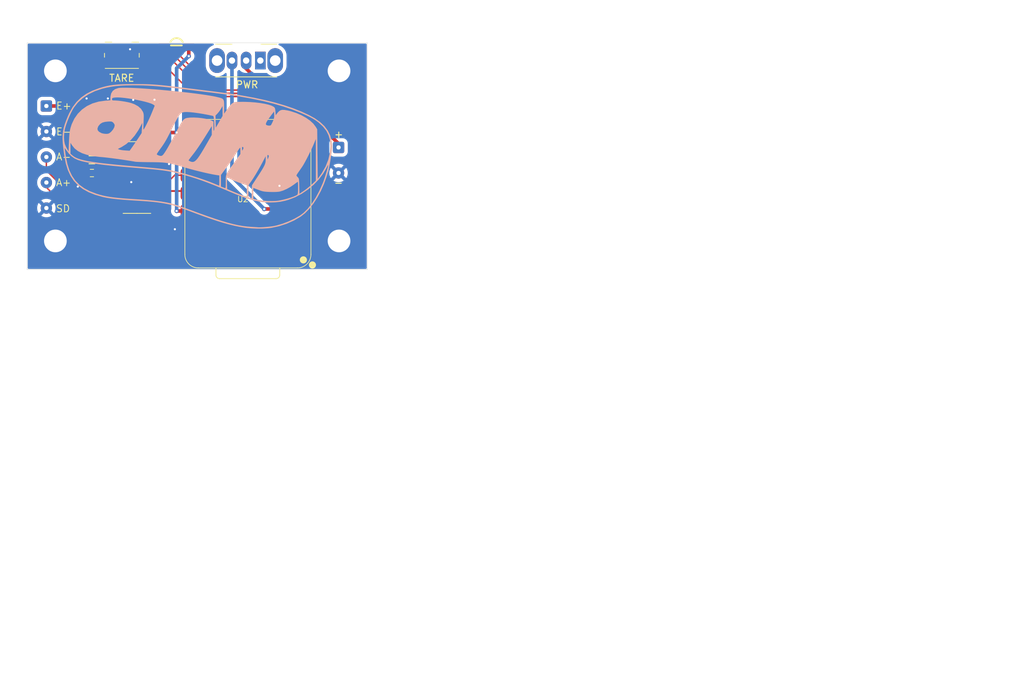
<source format=kicad_pcb>
(kicad_pcb (version 20241229) (generator "pcbnew") (generator_version "9.0")
  (layers (0 "F.Cu" signal) (2 "B.Cu" signal) (13 "F.Paste" user) (15 "B.Paste" user) (5 "F.SilkS" user "F.Silkscreen") (7 "B.SilkS" user "B.Silkscreen") (1 "F.Mask" user) (3 "B.Mask" user) (25 "Edge.Cuts" user))
  (net 0 "")
  (net 1 "GND")
  (net 2 "Net-(U1-INA+)")
  (net 3 "Net-(U1-INA-)")
  (net 4 "Net-(U1-VBG)")
  (net 5 "/AVDD")
  (net 6 "/DAT")
  (net 7 "/SCK")
  (net 8 "/A-")
  (net 9 "/A+")
  (net 10 "Net-(Q1-C)")
  (net 11 "Net-(Q1-B)")
  (net 12 "Net-(U1-VFB)")
  (net 16 "Net-(U2-GPIO6{slash}D4{slash}SDA)")
  (net 17 "Net-(J1-Pin_1)")
  (net 18 "Net-(D1-RK)")
  (net 19 "Net-(U2-GPIO7{slash}D5{slash}SCL)")
  (net 20 "Net-(D1-GK)")
  (net 21 "Net-(D1-BK)")
  (net 22 "Net-(U2-GPIO21{slash}D6{slash}TX)")
  (net 27 "/TARE")
  (net 28 "VCC")
  (net 32 "Net-(SW3-A)")
  (net 33 "unconnected-(U2-GPIO8{slash}D8{slash}SCK-Pad9)")
  (footprint "PCM_JLCPCB:R_0603" (layer "F.Cu") (at 156 95.075 -90)
    (property "Reference" "R6" (hide yes))
    (property "Value" "10k")
    (pad "1" smd roundrect (at -0.82 0 270) (size 0.8 0.95) (layers "F.Cu" "F.Mask" "F.Paste") (net 1 "GND"))
    (pad "2" smd roundrect (at 0.82 0 270) (size 0.8 0.95) (layers "F.Cu" "F.Mask" "F.Paste") (net 27 "/TARE"))
  )
  (footprint "PCM_JLCPCB:R_0603" (layer "F.Cu") (at 142.1511 106.2736)
    (property "Reference" "R2" (hide yes))
    (property "Value" "8K2R")
    (pad "1" smd roundrect (at -0.82 0) (size 0.8 0.95) (layers "F.Cu" "F.Mask" "F.Paste") (net 1 "GND"))
    (pad "2" smd roundrect (at 0.82 0) (size 0.8 0.95) (layers "F.Cu" "F.Mask" "F.Paste") (net 12 "Net-(U1-VFB)"))
  )
  (footprint "PCM_JLCPCB:R_0603" (layer "F.Cu") (at 169.025 95.15 -90)
    (property "Reference" "R8" (hide yes))
    (property "Value" "100R")
    (pad "1" smd roundrect (at -0.82 0 270) (size 0.8 0.95) (layers "F.Cu" "F.Mask" "F.Paste") (net 21 "Net-(D1-BK)"))
    (pad "2" smd roundrect (at 0.82 0 270) (size 0.8 0.95) (layers "F.Cu" "F.Mask" "F.Paste") (net 22 "Net-(U2-GPIO21{slash}D6{slash}TX)"))
  )
  (footprint "PCM_JLCPCB:C_0603" (layer "F.Cu") (at 153.025 101.325 -90)
    (property "Reference" "C4" (hide yes))
    (property "Value" "0.1uF")
    (pad "1" smd roundrect (at -0.78 0 270) (size 0.9 0.95) (layers "F.Cu" "F.Mask" "F.Paste") (net 28 "VCC"))
    (pad "2" smd roundrect (at 0.78 0 270) (size 0.9 0.95) (layers "F.Cu" "F.Mask" "F.Paste") (net 1 "GND"))
  )
  (footprint "easyeda2kicad:LED-SMD_LTST-S310F3WT" (layer "F.Cu") (at 154.06 86.864208)
    (property "Reference" "D1" (hide yes))
    (property "Value" "LED_RGBA")
    (pad "1" smd rect (at -1.75 -0.25 90) (size 1 1.5) (layers "F.Cu" "F.Mask" "F.Paste") (net 18 "Net-(D1-RK)"))
    (pad "2" smd rect (at -0.4 0.25 270) (size 0.8 0.5) (layers "F.Cu" "F.Mask" "F.Paste") (net 20 "Net-(D1-GK)"))
    (pad "3" smd rect (at 0.4 0.25 270) (size 0.8 0.5) (layers "F.Cu" "F.Mask" "F.Paste") (net 21 "Net-(D1-BK)"))
    (pad "4" smd rect (at 1.75 -0.25 90) (size 1 1.5) (layers "F.Cu" "F.Mask" "F.Paste") (net 28 "VCC"))
  )
  (footprint "PCM_JLCPCB:C_0603" (layer "F.Cu") (at 150.975 95.82 90)
    (property "Reference" "C6" (hide yes))
    (property "Value" "10uF")
    (pad "1" smd roundrect (at -0.78 0 90) (size 0.9 0.95) (layers "F.Cu" "F.Mask" "F.Paste") (net 28 "VCC"))
    (pad "2" smd roundrect (at 0.78 0 90) (size 0.9 0.95) (layers "F.Cu" "F.Mask" "F.Paste") (net 1 "GND"))
  )
  (footprint "PCM_JLCPCB:C_0603" (layer "F.Cu") (at 146.7511 111.9886 180)
    (property "Reference" "C1" (hide yes))
    (property "Value" "0.1uF")
    (pad "1" smd roundrect (at -0.78 0 180) (size 0.9 0.95) (layers "F.Cu" "F.Mask" "F.Paste") (net 3 "Net-(U1-INA-)"))
    (pad "2" smd roundrect (at 0.78 0 180) (size 0.9 0.95) (layers "F.Cu" "F.Mask" "F.Paste") (net 2 "Net-(U1-INA+)"))
  )
  (footprint "MountingHole:MountingHole_3.2mm_M3_DIN965_Pad_TopOnly" (layer "F.Cu") (at 137 113.95)
    (property "Reference" "H4" (hide yes))
    (property "Value" "MountingHole_Pad" (hide yes))
    (pad "1" thru_hole circle (at 0 0) (size 3.6 3.6) (drill 3.2) (layers "*.Cu" "*.Mask") (net 1 "GND"))
    (pad "1" connect circle (at 0 0) (size 5.6 5.6) (layers "F.Cu" "F.Mask") (net 1 "GND"))
  )
  (footprint "PCM_JLCPCB:R_0603" (layer "F.Cu") (at 166.525 95.15 -90)
    (property "Reference" "R7" (hide yes))
    (property "Value" "100R")
    (pad "1" smd roundrect (at -0.82 0 270) (size 0.8 0.95) (layers "F.Cu" "F.Mask" "F.Paste") (net 20 "Net-(D1-GK)"))
    (pad "2" smd roundrect (at 0.82 0 270) (size 0.8 0.95) (layers "F.Cu" "F.Mask" "F.Paste") (net 19 "Net-(U2-GPIO7{slash}D5{slash}SCL)"))
  )
  (footprint "Package_SO:SOIC-16_3.9x9.9mm_P1.27mm" (layer "F.Cu") (at 148.5011 105.0036)
    (property "Reference" "U1" (hide yes))
    (property "Value" "HX711" (hide yes))
    (pad "1" smd roundrect (at -2.475 -4.445) (size 1.95 0.6) (layers "F.Cu" "F.Mask" "F.Paste") (net 28 "VCC"))
    (pad "2" smd roundrect (at -2.475 -3.175) (size 1.95 0.6) (layers "F.Cu" "F.Mask" "F.Paste") (net 11 "Net-(Q1-B)"))
    (pad "3" smd roundrect (at -2.475 -1.905) (size 1.95 0.6) (layers "F.Cu" "F.Mask" "F.Paste") (net 10 "Net-(Q1-C)"))
    (pad "4" smd roundrect (at -2.475 -0.635) (size 1.95 0.6) (layers "F.Cu" "F.Mask" "F.Paste") (net 12 "Net-(U1-VFB)"))
    (pad "5" smd roundrect (at -2.475 0.635) (size 1.95 0.6) (layers "F.Cu" "F.Mask" "F.Paste") (net 1 "GND"))
    (pad "6" smd roundrect (at -2.475 1.905) (size 1.95 0.6) (layers "F.Cu" "F.Mask" "F.Paste") (net 4 "Net-(U1-VBG)"))
    (pad "7" smd roundrect (at -2.475 3.175) (size 1.95 0.6) (layers "F.Cu" "F.Mask" "F.Paste") (net 3 "Net-(U1-INA-)"))
    (pad "8" smd roundrect (at -2.475 4.445) (size 1.95 0.6) (layers "F.Cu" "F.Mask" "F.Paste") (net 2 "Net-(U1-INA+)"))
    (pad "9" smd roundrect (at 2.475 4.445) (size 1.95 0.6) (layers "F.Cu" "F.Mask" "F.Paste"))
    (pad "10" smd roundrect (at 2.475 3.175) (size 1.95 0.6) (layers "F.Cu" "F.Mask" "F.Paste"))
    (pad "11" smd roundrect (at 2.475 1.905) (size 1.95 0.6) (layers "F.Cu" "F.Mask" "F.Paste") (net 7 "/SCK"))
    (pad "12" smd roundrect (at 2.475 0.635) (size 1.95 0.6) (layers "F.Cu" "F.Mask" "F.Paste") (net 6 "/DAT"))
    (pad "13" smd roundrect (at 2.475 -0.635) (size 1.95 0.6) (layers "F.Cu" "F.Mask" "F.Paste"))
    (pad "14" smd roundrect (at 2.475 -1.905) (size 1.95 0.6) (layers "F.Cu" "F.Mask" "F.Paste") (net 1 "GND"))
    (pad "15" smd roundrect (at 2.475 -3.175) (size 1.95 0.6) (layers "F.Cu" "F.Mask" "F.Paste"))
    (pad "16" smd roundrect (at 2.475 -4.445) (size 1.95 0.6) (layers "F.Cu" "F.Mask" "F.Paste") (net 28 "VCC"))
  )
  (footprint "MountingHole:MountingHole_3.2mm_M3_DIN965_Pad_TopOnly" (layer "F.Cu") (at 177 113.95)
    (property "Reference" "H2" (hide yes))
    (property "Value" "MountingHole_Pad" (hide yes))
    (pad "1" thru_hole circle (at 0 0) (size 3.6 3.6) (drill 3.2) (layers "*.Cu" "*.Mask") (net 1 "GND"))
    (pad "1" connect circle (at 0 0) (size 5.6 5.6) (layers "F.Cu" "F.Mask") (net 1 "GND"))
  )
  (footprint "MountingHole:MountingHole_3.2mm_M3_DIN965_Pad_TopOnly" (layer "F.Cu") (at 137 89.95)
    (property "Reference" "H3" (hide yes))
    (property "Value" "MountingHole_Pad" (hide yes))
    (pad "1" thru_hole circle (at 0 0) (size 3.6 3.6) (drill 3.2) (layers "*.Cu" "*.Mask") (net 1 "GND"))
    (pad "1" connect circle (at 0 0) (size 5.6 5.6) (layers "F.Cu" "F.Mask") (net 1 "GND"))
  )
  (footprint "CREATIVE_COMMONS" (layer "F.Cu") (at 200.12 176.275)
    (property "Reference" "FRAME1" (hide yes))
    (property "Value" "FRAME-LETTER" (hide yes))
  )
  (footprint "PCM_JLCPCB:R_0603" (layer "F.Cu") (at 164.025 95.15 -90)
    (property "Reference" "R5" (hide yes))
    (property "Value" "150R")
    (pad "1" smd roundrect (at -0.82 0 270) (size 0.8 0.95) (layers "F.Cu" "F.Mask" "F.Paste") (net 18 "Net-(D1-RK)"))
    (pad "2" smd roundrect (at 0.82 0 270) (size 0.8 0.95) (layers "F.Cu" "F.Mask" "F.Paste") (net 16 "Net-(U2-GPIO6{slash}D4{slash}SDA)"))
  )
  (footprint "Connector_Wire:SolderWire-0.1sqmm_1x02_P3.6mm_D0.4mm_OD1mm" (layer "F.Cu") (at 176.93 100.76 -90)
    (property "Reference" "J1" (hide yes))
    (property "Value" "Conn_01x02" (hide yes))
    (pad "1" thru_hole roundrect (at 0 0 270) (size 1.6 1.6) (drill 0.6) (layers "*.Cu" "*.Mask") (roundrect_rratio 0.15625) (net 17 "Net-(J1-Pin_1)"))
    (pad "2" thru_hole circle (at 3.6 0 270) (size 1.6 1.6) (drill 0.6) (layers "*.Cu" "*.Mask") (net 1 "GND"))
  )
  (footprint "PCM_JLCPCB:L_0805" (layer "F.Cu") (at 142.15 102.5)
    (property "Reference" "L1" (hide yes))
    (property "Value" "3.3uH")
    (pad "1" smd roundrect (at -1.06 0) (size 0.88 1.2) (layers "F.Cu" "F.Mask" "F.Paste") (net 5 "/AVDD"))
    (pad "2" smd roundrect (at 1.06 0) (size 0.88 1.2) (layers "F.Cu" "F.Mask" "F.Paste") (net 10 "Net-(Q1-C)"))
  )
  (footprint "PCM_JLCPCB:C_0603" (layer "F.Cu") (at 142.1511 108.1786)
    (property "Reference" "C2" (hide yes))
    (property "Value" "0.1uF")
    (pad "1" smd roundrect (at -0.78 0) (size 0.9 0.95) (layers "F.Cu" "F.Mask" "F.Paste") (net 1 "GND"))
    (pad "2" smd roundrect (at 0.78 0) (size 0.9 0.95) (layers "F.Cu" "F.Mask" "F.Paste") (net 4 "Net-(U1-VBG)"))
  )
  (footprint "PCM_JLCPCB:R_0603" (layer "F.Cu") (at 142.1511 110.0836)
    (property "Reference" "R3" (hide yes))
    (property "Value" "100R")
    (pad "1" smd roundrect (at -0.82 0) (size 0.8 0.95) (layers "F.Cu" "F.Mask" "F.Paste") (net 8 "/A-"))
    (pad "2" smd roundrect (at 0.82 0) (size 0.8 0.95) (layers "F.Cu" "F.Mask" "F.Paste") (net 3 "Net-(U1-INA-)"))
  )
  (footprint "PCM_JLCPCB:R_0603" (layer "F.Cu") (at 142.1511 111.9886)
    (property "Reference" "R4" (hide yes))
    (property "Value" "100R")
    (pad "1" smd roundrect (at -0.82 0) (size 0.8 0.95) (layers "F.Cu" "F.Mask" "F.Paste") (net 9 "/A+"))
    (pad "2" smd roundrect (at 0.82 0) (size 0.8 0.95) (layers "F.Cu" "F.Mask" "F.Paste") (net 2 "Net-(U1-INA+)"))
  )
  (footprint "PCM_JLCPCB:C_0603" (layer "F.Cu") (at 141.4 95.82 90)
    (property "Reference" "C3" (hide yes))
    (property "Value" "0.1uF")
    (pad "1" smd roundrect (at -0.78 0 90) (size 0.9 0.95) (layers "F.Cu" "F.Mask" "F.Paste") (net 5 "/AVDD"))
    (pad "2" smd roundrect (at 0.78 0 90) (size 0.9 0.95) (layers "F.Cu" "F.Mask" "F.Paste") (net 1 "GND"))
  )
  (footprint "Connector_Wire:SolderWire-0.1sqmm_1x05_P3.6mm_D0.4mm_OD1mm" (layer "F.Cu") (at 135.73 94.91 -90)
    (property "Reference" "J5" (hide yes))
    (property "Value" "Conn_01x05" (hide yes))
    (pad "1" thru_hole roundrect (at 0 0 270) (size 1.6 1.6) (drill 0.6) (layers "*.Cu" "*.Mask") (roundrect_rratio 0.15625) (net 5 "/AVDD"))
    (pad "2" thru_hole circle (at 3.6 0 270) (size 1.6 1.6) (drill 0.6) (layers "*.Cu" "*.Mask") (net 1 "GND"))
    (pad "3" thru_hole circle (at 7.2 0 270) (size 1.6 1.6) (drill 0.6) (layers "*.Cu" "*.Mask") (net 8 "/A-"))
    (pad "4" thru_hole circle (at 10.8 0 270) (size 1.6 1.6) (drill 0.6) (layers "*.Cu" "*.Mask") (net 9 "/A+"))
    (pad "5" thru_hole circle (at 14.4 0 270) (size 1.6 1.6) (drill 0.6) (layers "*.Cu" "*.Mask") (net 1 "GND"))
  )
  (footprint "PCM_JLCPCB:C_0603" (layer "F.Cu") (at 147.975 95.82 90)
    (property "Reference" "C5" (hide yes))
    (property "Value" "0.1uF")
    (pad "1" smd roundrect (at -0.78 0 90) (size 0.9 0.95) (layers "F.Cu" "F.Mask" "F.Paste") (net 28 "VCC"))
    (pad "2" smd roundrect (at 0.78 0 90) (size 0.9 0.95) (layers "F.Cu" "F.Mask" "F.Paste") (net 1 "GND"))
  )
  (footprint "MountingHole:MountingHole_3.2mm_M3_DIN965_Pad_TopOnly" (layer "F.Cu") (at 177 89.95)
    (property "Reference" "H1" (hide yes))
    (property "Value" "MountingHole_Pad" (hide yes))
    (pad "1" thru_hole circle (at 0 0) (size 3.6 3.6) (drill 3.2) (layers "*.Cu" "*.Mask") (net 1 "GND"))
    (pad "1" connect circle (at 0 0) (size 5.6 5.6) (layers "F.Cu" "F.Mask") (net 1 "GND"))
  )
  (footprint "xiao:XIAO-nRF52840-SMD" (layer "F.Cu") (at 164.09 107.2215 180)
    (property "Reference" "U2" (at -0.2 -0.4 0) (layer "F.SilkS") (effects (font (size 0.78232 0.78232) (thickness 0.10668)) (justify right top)))
    (property "Value" "XIAO-ESP32-C3-DIP" (hide yes))
    (pad "1" smd roundrect (at -8.11 -7.62 180) (size 2.75 2) (layers "F.Cu" "F.Mask" "F.Paste"))
    (pad "2" smd roundrect (at -8.11 -5.08 180) (size 2.75 2) (layers "F.Cu" "F.Mask" "F.Paste"))
    (pad "3" smd roundrect (at -8.11 -2.54 180) (size 2.75 2) (layers "F.Cu" "F.Mask" "F.Paste"))
    (pad "4" smd roundrect (at -8.11 0 180) (size 2.75 2) (layers "F.Cu" "F.Mask" "F.Paste"))
    (pad "5" smd roundrect (at -8.11 2.54 180) (size 2.75 2) (layers "F.Cu" "F.Mask" "F.Paste") (net 16 "Net-(U2-GPIO6{slash}D4{slash}SDA)"))
    (pad "6" smd roundrect (at -8.11 5.08 180) (size 2.75 2) (layers "F.Cu" "F.Mask" "F.Paste") (net 19 "Net-(U2-GPIO7{slash}D5{slash}SCL)"))
    (pad "7" smd roundrect (at -8.11 7.62 180) (size 2.75 2) (layers "F.Cu" "F.Mask" "F.Paste") (net 22 "Net-(U2-GPIO21{slash}D6{slash}TX)"))
    (pad "8" smd roundrect (at 8.055 7.62 180) (size 2.75 2) (layers "F.Cu" "F.Mask" "F.Paste") (net 27 "/TARE"))
    (pad "9" smd roundrect (at 8.055 5.08 180) (size 2.75 2) (layers "F.Cu" "F.Mask" "F.Paste") (net 33 "unconnected-(U2-GPIO8{slash}D8{slash}SCK-Pad9)"))
    (pad "10" smd roundrect (at 8.055 2.54 180) (size 2.75 2) (layers "F.Cu" "F.Mask" "F.Paste") (net 6 "/DAT"))
    (pad "11" smd roundrect (at 8.055 0 180) (size 2.75 2) (layers "F.Cu" "F.Mask" "F.Paste") (net 7 "/SCK"))
    (pad "12" smd roundrect (at 8.055 -2.54 180) (size 2.75 2) (layers "F.Cu" "F.Mask" "F.Paste") (net 28 "VCC"))
    (pad "13" smd roundrect (at 8.055 -5.08 180) (size 2.75 2) (layers "F.Cu" "F.Mask" "F.Paste") (net 1 "GND"))
    (pad "14" smd roundrect (at 8.055 -7.62 180) (size 2.75 2) (layers "F.Cu" "F.Mask" "F.Paste"))
    (pad "15" smd roundrect (at -4.5 -0.3135) (size 2.5 1.1) (layers "F.Cu" "F.Mask" "F.Paste") (net 1 "GND"))
    (pad "16" smd roundrect (at -4.5 -2.2185) (size 2.5 1.1) (layers "F.Cu" "F.Mask" "F.Paste") (net 32 "Net-(SW3-A)"))
    (pad "17" smd roundrect (at 3.755 9.2369 90) (size 2.5 1.1) (layers "F.Cu" "F.Mask" "F.Paste"))
    (pad "18" smd roundrect (at 5.66 9.2369 90) (size 2.5 1.1) (layers "F.Cu" "F.Mask" "F.Paste"))
    (pad "19" smd circle (at -1.325 -8.5685 180) (size 1.7 1.7) (layers "F.Cu" "F.Mask" "F.Paste"))
    (pad "20" smd circle (at 1.215 -8.5685 180) (size 1.7 1.7) (layers "F.Cu" "F.Mask" "F.Paste"))
    (pad "21" smd circle (at -1.325 -6.0285 180) (size 1.7 1.7) (layers "F.Cu" "F.Mask" "F.Paste"))
    (pad "22" smd circle (at 1.215 -6.0285 180) (size 1.7 1.7) (layers "F.Cu" "F.Mask" "F.Paste"))
  )
  (footprint "Button_Switch_THT:SW_Slide_SPDT_Angled_CK_OS102011MA1Q" (layer "F.Cu") (at 165.9 88.5 180)
    (property "Reference" "PWR" (at 1.875 -3.4 0) (layer "F.SilkS"))
    (property "Value" "SW_SPDT_321")
    (pad "" thru_hole oval (at -2.1 0 180) (size 2.2 3.5) (drill 1.5) (layers "*.Cu" "*.Mask"))
    (pad "" thru_hole oval (at 6.1 0 180) (size 2.2 3.5) (drill 1.5) (layers "*.Cu" "*.Mask"))
    (pad "1" thru_hole rect (at 0 0 180) (size 1.5 2.5) (drill 0.9) (layers "*.Cu" "*.Mask"))
    (pad "2" thru_hole oval (at 2 0 180) (size 1.5 2.5) (drill 0.9) (layers "*.Cu" "*.Mask") (net 17 "Net-(J1-Pin_1)"))
    (pad "3" thru_hole oval (at 4 0 180) (size 1.5 2.5) (drill 0.9) (layers "*.Cu" "*.Mask") (net 32 "Net-(SW3-A)"))
  )
  (footprint "PCM_JLCPCB:C_0603" (layer "F.Cu") (at 144.4 95.82 90)
    (property "Reference" "C7" (hide yes))
    (property "Value" "10uF")
    (pad "1" smd roundrect (at -0.78 0 90) (size 0.9 0.95) (layers "F.Cu" "F.Mask" "F.Paste") (net 5 "/AVDD"))
    (pad "2" smd roundrect (at 0.78 0 90) (size 0.9 0.95) (layers "F.Cu" "F.Mask" "F.Paste") (net 1 "GND"))
  )
  (footprint "Button_Switch_SMD:Panasonic_EVQPUJ_EVQPUA" (layer "F.Cu") (at 146.375 87.75)
    (property "Reference" "SW1" (hide yes))
    (property "Value" "SW_Push" (hide yes))
    (pad "1" smd rect (at -2.625 -0.85 180) (size 1.55 1) (layers "F.Cu" "F.Mask" "F.Paste") (net 1 "GND"))
    (pad "1" smd rect (at 2.625 -0.85 180) (size 1.55 1) (layers "F.Cu" "F.Mask" "F.Paste") (net 1 "GND"))
    (pad "2" smd rect (at -2.625 0.85 180) (size 1.55 1) (layers "F.Cu" "F.Mask" "F.Paste") (net 28 "VCC"))
    (pad "2" smd rect (at 2.625 0.85 180) (size 1.55 1) (layers "F.Cu" "F.Mask" "F.Paste") (net 28 "VCC"))
  )
  (footprint "Package_TO_SOT_SMD:SOT-23-3" (layer "F.Cu") (at 141.9 99.6 180)
    (property "Reference" "Q1" (hide yes))
    (property "Value" "MMBT4403")
    (pad "1" smd roundrect (at -1.1375 -0.95 180) (size 1.325 0.6) (layers "F.Cu" "F.Mask" "F.Paste") (net 11 "Net-(Q1-B)"))
    (pad "2" smd roundrect (at -1.1375 0.95 180) (size 1.325 0.6) (layers "F.Cu" "F.Mask" "F.Paste") (net 28 "VCC"))
    (pad "3" smd roundrect (at 1.1375 0 180) (size 1.325 0.6) (layers "F.Cu" "F.Mask" "F.Paste") (net 10 "Net-(Q1-C)"))
  )
  (footprint "Resistor_SMD:R_0603_1608Metric" (layer "F.Cu") (at 142.1511 104.3686)
    (property "Reference" "R1" (hide yes))
    (property "Value" "12k")
    (pad "1" smd roundrect (at -0.825 0) (size 0.8 0.95) (layers "F.Cu" "F.Mask" "F.Paste") (net 12 "Net-(U1-VFB)"))
    (pad "2" smd roundrect (at 0.825 0) (size 0.8 0.95) (layers "F.Cu" "F.Mask" "F.Paste") (net 10 "Net-(Q1-C)"))
  )
  (footprint "LOGO" (layer "B.Cu") (at 157 102 180)
    (property "Reference" "G***" (hide yes))
    (property "Value" "LOGO" (hide yes))
  )
  (gr_rect (start 133 86) (end 181 118) (stroke (width 0.05)) (fill no) (layer "Edge.Cuts"))
  (gr_text "E-" (at 137.03 99.12 0) (layer "F.SilkS") (effects (font (size 1 1) (thickness 0.125)) (justify left bottom)))
  (gr_text "A+" (at 137.03 106.3 0) (layer "F.SilkS") (effects (font (size 1 1) (thickness 0.125)) (justify left bottom)))
  (gr_text "E+" (at 137.03 95.48 0) (layer "F.SilkS") (effects (font (size 1 1) (thickness 0.125)) (justify left bottom)))
  (gr_text "A-" (at 137.03 102.67 0) (layer "F.SilkS") (effects (font (size 1 1) (thickness 0.125)) (justify left bottom)))
  (gr_text "+" (at 176.24 99.49 0) (layer "F.SilkS") (effects (font (size 1 1)) (justify left bottom)))
  (gr_text "-" (at 176.21 106.32 0) (layer "F.SilkS") (effects (font (size 1 1)) (justify left bottom)))
  (gr_text "TARE" (at 146.36 90.97 0) (layer "F.SilkS") (effects (font (size 1 1))))
  (gr_text "SD\n" (at 137.025 109.975 0) (layer "F.SilkS") (effects (font (size 1 1) (thickness 0.125)) (justify left bottom)))
  (segment (start 150.975 95.04) (end 150.975 94.025) (width 0.508) (layer "F.Cu") (net 1))
  (segment (start 156 92.8) (end 156 94.255) (width 0.2) (layer "F.Cu") (net 1))
  (segment (start 153.025 102.105) (end 153.025 103.1) (width 0.508) (layer "F.Cu") (net 1))
  (segment (start 150.1 86.9) (end 149 86.9) (width 0.2) (layer "F.Cu") (net 1))
  (segment (start 168.59 106.185) (end 168.6 106.175) (width 0.2) (layer "F.Cu") (net 1))
  (segment (start 146.0261 105.6386) (end 147.6886 105.6386) (width 0.508) (layer "F.Cu") (net 1))
  (segment (start 153.0236 103.0986) (end 153.025 103.1) (width 0.2) (layer "F.Cu") (net 1))
  (segment (start 149 87.1) (end 149.275 87.1) (width 0.2) (layer "F.Cu") (net 1))
  (segment (start 141.3261 106.2736) (end 140.1664 106.2736) (width 0.508) (layer "F.Cu") (net 1))
  (segment (start 150.1 86.9) (end 156 92.8) (width 0.2) (layer "F.Cu") (net 1))
  (segment (start 147.6886 105.6386) (end 147.7 105.65) (width 0.2) (layer "F.Cu") (net 1))
  (segment (start 140.1664 106.2736) (end 140.16 106.28) (width 0.2) (layer "F.Cu") (net 1))
  (segment (start 149 86.9) (end 147.53 86.9) (width 0.508) (layer "F.Cu") (net 1))
  (segment (start 153.8515 112.3015) (end 153.85 112.3) (width 0.2) (layer "F.Cu") (net 1))
  (segment (start 168.59 107.535) (end 168.59 106.185) (width 0.508) (layer "F.Cu") (net 1))
  (segment (start 147.975 95.04) (end 147.975 94.05) (width 0.508) (layer "F.Cu") (net 1))
  (segment (start 144.4 95.04) (end 144.4 93.85) (width 0.508) (layer "F.Cu") (net 1))
  (segment (start 141.4 95.04) (end 141.4 93.85) (width 0.508) (layer "F.Cu") (net 1))
  (segment (start 141.3711 108.1786) (end 141.3711 106.3186) (width 0.508) (layer "F.Cu") (net 1))
  (segment (start 156.035 112.3015) (end 153.8515 112.3015) (width 0.508) (layer "F.Cu") (net 1))
  (segment (start 141.3711 106.3186) (end 141.3261 106.2736) (width 0.2) (layer "F.Cu") (net 1))
  (segment (start 150.9761 103.0986) (end 153.0236 103.0986) (width 0.508) (layer "F.Cu") (net 1))
  (via (at 147.975 94.05) (size 0.6) (drill 0.3) (layers "F.Cu" "B.Cu") (net 1))
  (via (at 144.4 93.85) (size 0.6) (drill 0.3) (layers "F.Cu" "B.Cu") (net 1))
  (via (at 153.85 112.3) (size 0.6) (drill 0.3) (layers "F.Cu" "B.Cu") (net 1))
  (via (at 141.4 93.85) (size 0.6) (drill 0.3) (layers "F.Cu" "B.Cu") (net 1))
  (via (at 168.6 106.175) (size 0.6) (drill 0.3) (layers "F.Cu" "B.Cu") (net 1))
  (via (at 153.025 103.1) (size 0.6) (drill 0.3) (layers "F.Cu" "B.Cu") (net 1))
  (via (at 147.7 105.65) (size 0.6) (drill 0.3) (layers "F.Cu" "B.Cu") (net 1))
  (via (at 140.16 106.28) (size 0.6) (drill 0.3) (layers "F.Cu" "B.Cu") (net 1))
  (via (at 150.975 94.025) (size 0.6) (drill 0.3) (layers "F.Cu" "B.Cu") (net 1))
  (via (at 147.53 86.9) (size 0.6) (drill 0.3) (layers "F.Cu" "B.Cu") (net 1))
  (segment (start 145.9711 111.9886) (end 145.9711 109.5036) (width 0.254) (layer "F.Cu") (net 2))
  (segment (start 143.0011 111.9886) (end 145.9711 111.9886) (width 0.254) (layer "F.Cu") (net 2))
  (segment (start 145.9711 109.5036) (end 146.0261 109.4486) (width 0.254) (layer "F.Cu") (net 2))
  (segment (start 147.28 111.9) (end 147.3561 111.8239) (width 0.2) (layer "F.Cu") (net 3))
  (segment (start 144.848912 108.1786) (end 145.7011 108.1786) (width 0.254) (layer "F.Cu") (net 3))
  (segment (start 147.5311 108.708601) (end 147.001099 108.1786) (width 0.2) (layer "F.Cu") (net 3))
  (segment (start 143.852196 110.0836) (end 144.3101 109.625697) (width 0.254) (layer "F.Cu") (net 3))
  (segment (start 144.3101 109.625697) (end 144.3101 108.717413) (width 0.254) (layer "F.Cu") (net 3))
  (segment (start 144.3101 108.717413) (end 144.848912 108.1786) (width 0.254) (layer "F.Cu") (net 3))
  (segment (start 147.5311 111.9886) (end 147.5311 108.708601) (width 0.2) (layer "F.Cu") (net 3))
  (segment (start 143.0011 110.0836) (end 143.852196 110.0836) (width 0.254) (layer "F.Cu") (net 3))
  (segment (start 147.001099 108.1786) (end 146.0261 108.1786) (width 0.2) (layer "F.Cu") (net 3))
  (segment (start 143.0011 108.1786) (end 143.852196 108.1786) (width 0.254) (layer "F.Cu") (net 4))
  (segment (start 144.3101 107.366504) (end 144.768003 106.9086) (width 0.254) (layer "F.Cu") (net 4))
  (segment (start 144.768003 106.9086) (end 145.7011 106.9086) (width 0.254) (layer "F.Cu") (net 4))
  (segment (start 143.852196 108.1786) (end 144.3101 107.720697) (width 0.254) (layer "F.Cu") (net 4))
  (segment (start 144.3101 107.720697) (end 144.3101 107.366504) (width 0.254) (layer "F.Cu") (net 4))
  (segment (start 139 96.6) (end 137.31 94.91) (width 0.508) (layer "F.Cu") (net 5))
  (segment (start 141.09 102.5) (end 139 100.41) (width 0.508) (layer "F.Cu") (net 5))
  (segment (start 139 100.41) (end 139 96.6) (width 0.508) (layer "F.Cu") (net 5))
  (segment (start 139 96.6) (end 141.4 96.6) (width 0.508) (layer "F.Cu") (net 5))
  (segment (start 137.31 94.91) (end 135.73 94.91) (width 0.508) (layer "F.Cu") (net 5))
  (segment (start 141.4 96.6) (end 144.4 96.6) (width 0.508) (layer "F.Cu") (net 5))
  (segment (start 153.8315 104.6815) (end 153.825 104.675) (width 0.2) (layer "F.Cu") (net 6))
  (segment (start 152.8614 105.6386) (end 153.825 104.675) (width 0.2) (layer "F.Cu") (net 6))
  (segment (start 150.9761 105.6386) (end 152.8614 105.6386) (width 0.2) (layer "F.Cu") (net 6))
  (segment (start 156.035 104.6815) (end 153.8315 104.6815) (width 0.2) (layer "F.Cu") (net 6))
  (segment (start 150.9761 106.9086) (end 155.7221 106.9086) (width 0.254) (layer "F.Cu") (net 7))
  (segment (start 155.7221 106.9086) (end 156.035 107.2215) (width 0.254) (layer "F.Cu") (net 7))
  (segment (start 141.3261 109.6086) (end 135.73 104.0125) (width 0.2) (layer "F.Cu") (net 8))
  (segment (start 135.73 104.0125) (end 135.73 102.11) (width 0.2) (layer "F.Cu") (net 8))
  (segment (start 141.3261 110.0836) (end 141.3261 109.6086) (width 0.2) (layer "F.Cu") (net 8))
  (segment (start 141.3261 111.9886) (end 135.73 106.3925) (width 0.2) (layer "F.Cu") (net 9))
  (segment (start 135.73 106.3925) (end 135.73 105.71) (width 0.2) (layer "F.Cu") (net 9))
  (segment (start 142.2475 101.5) (end 143.2111 102.4636) (width 0.2) (layer "F.Cu") (net 10))
  (segment (start 143.0511 102.4636) (end 143.0511 103.4796) (width 0.508) (layer "F.Cu") (net 10))
  (segment (start 141.3 101.5) (end 142.2475 101.5) (width 0.2) (layer "F.Cu") (net 10))
  (segment (start 143.0511 103.4796) (end 143.0511 104.3686) (width 0.508) (layer "F.Cu") (net 10))
  (segment (start 140.7625 100.9625) (end 141.3 101.5) (width 0.2) (layer "F.Cu") (net 10))
  (segment (start 143.0511 104.3686) (end 143.0011 104.3686) (width 0.508) (layer "F.Cu") (net 10))
  (segment (start 144.106196 103.4796) (end 143.0511 103.4796) (width 0.508) (layer "F.Cu") (net 10))
  (segment (start 144.487196 103.0986) (end 144.106196 103.4796) (width 0.508) (layer "F.Cu") (net 10))
  (segment (start 140.7625 99.6) (end 140.7625 100.9625) (width 0.2) (layer "F.Cu") (net 10))
  (segment (start 145.7011 103.0986) (end 144.487196 103.0986) (width 0.508) (layer "F.Cu") (net 10))
  (segment (start 144.4371 101.7016) (end 144.5641 101.8286) (width 0.254) (layer "F.Cu") (net 11))
  (segment (start 143.1511 100.5561) (end 144.255718 100.5561) (width 0.254) (layer "F.Cu") (net 11))
  (segment (start 144.5641 101.8286) (end 145.7011 101.8286) (width 0.254) (layer "F.Cu") (net 11))
  (segment (start 144.4371 100.737482) (end 144.4371 101.7016) (width 0.254) (layer "F.Cu") (net 11))
  (segment (start 144.255718 100.5561) (end 144.4371 100.737482) (width 0.254) (layer "F.Cu") (net 11))
  (segment (start 144.3101 105.989622) (end 144.3101 105.2576) (width 0.254) (layer "F.Cu") (net 12))
  (segment (start 141.569909 105.2576) (end 144.3101 105.2576) (width 0.254) (layer "F.Cu") (net 12))
  (segment (start 141.3011 104.988791) (end 141.569909 105.2576) (width 0.254) (layer "F.Cu") (net 12))
  (segment (start 144.3101 105.2576) (end 144.3101 104.652579) (width 0.254) (layer "F.Cu") (net 12))
  (segment (start 141.3011 104.3686) (end 141.3011 104.988791) (width 0.254) (layer "F.Cu") (net 12))
  (segment (start 144.3101 104.652579) (end 144.594078 104.3686) (width 0.254) (layer "F.Cu") (net 12))
  (segment (start 144.594078 104.3686) (end 145.7011 104.3686) (width 0.254) (layer "F.Cu") (net 12))
  (segment (start 143.0011 106.2736) (end 144.026121 106.2736) (width 0.254) (layer "F.Cu") (net 12))
  (segment (start 144.026121 106.2736) (end 144.3101 105.989622) (width 0.254) (layer "F.Cu") (net 12))
  (segment (start 170.825 104.6815) (end 172.2 104.6815) (width 0.2) (layer "F.Cu") (net 16))
  (segment (start 164.025 97.8815) (end 170.825 104.6815) (width 0.2) (layer "F.Cu") (net 16))
  (segment (start 164.025 95.97) (end 164.025 97.8815) (width 0.2) (layer "F.Cu") (net 16))
  (segment (start 168.3 91.6) (end 165.875 91.6) (width 0.508) (layer "F.Cu") (net 17))
  (segment (start 163.9 89.625) (end 163.9 88.5) (width 0.508) (layer "F.Cu") (net 17))
  (segment (start 165.875 91.6) (end 163.9 89.625) (width 0.508) (layer "F.Cu") (net 17))
  (segment (start 176.93 100.23) (end 168.3 91.6) (width 0.508) (layer "F.Cu") (net 17))
  (segment (start 158.570792 93.575) (end 163.27 93.575) (width 0.2) (layer "F.Cu") (net 18))
  (segment (start 152.31 86.614208) (end 152.31 87.314208) (width 0.2) (layer "F.Cu") (net 18))
  (segment (start 152.31 87.314208) (end 158.570792 93.575) (width 0.2) (layer "F.Cu") (net 18))
  (segment (start 163.27 93.575) (end 164.025 94.33) (width 0.2) (layer "F.Cu") (net 18))
  (segment (start 166.525 95.97) (end 166.525 97.8415) (width 0.2) (layer "F.Cu") (net 19))
  (segment (start 170.825 102.1415) (end 172.2 102.1415) (width 0.2) (layer "F.Cu") (net 19))
  (segment (start 166.525 97.8415) (end 170.825 102.1415) (width 0.2) (layer "F.Cu") (net 19))
  (segment (start 165.315 93.12) (end 166.525 94.33) (width 0.2) (layer "F.Cu") (net 20))
  (segment (start 159.065792 93.12) (end 165.315 93.12) (width 0.2) (layer "F.Cu") (net 20))
  (segment (start 153.66 87.714208) (end 159.065792 93.12) (width 0.2) (layer "F.Cu") (net 20))
  (segment (start 153.66 87.114208) (end 153.66 87.714208) (width 0.2) (layer "F.Cu") (net 20))
  (segment (start 167.36 92.665) (end 169.025 94.33) (width 0.2) (layer "F.Cu") (net 21))
  (segment (start 154.46 87.714208) (end 159.410792 92.665) (width 0.2) (layer "F.Cu") (net 21))
  (segment (start 159.410792 92.665) (end 167.36 92.665) (width 0.2) (layer "F.Cu") (net 21))
  (segment (start 154.46 87.114208) (end 154.46 87.714208) (width 0.2) (layer "F.Cu") (net 21))
  (segment (start 169.025 95.97) (end 169.025 96.4265) (width 0.2) (layer "F.Cu") (net 22))
  (segment (start 169.025 96.4265) (end 172.2 99.6015) (width 0.2) (layer "F.Cu") (net 22))
  (segment (start 156 99.5665) (end 156.035 99.6015) (width 0.2) (layer "F.Cu") (net 27))
  (segment (start 156 95.895) (end 156 99.5665) (width 0.2) (layer "F.Cu") (net 27))
  (segment (start 146.0261 100.5586) (end 146.0261 98.6539) (width 0.508) (layer "F.Cu") (net 28))
  (segment (start 153.1114 100.5586) (end 153.125 100.545) (width 0.2) (layer "F.Cu") (net 28))
  (segment (start 155.81 87.88) (end 155.81 86.614208) (width 0.508) (layer "F.Cu") (net 28))
  (segment (start 143.0375 98.65) (end 146.03 98.65) (width 0.508) (layer "F.Cu") (net 28))
  (segment (start 154.0961 98.6539) (end 154.1 98.65) (width 0.508) (layer "F.Cu") (net 28))
  (segment (start 148.45 98.6539) (end 150.65 98.6539) (width 0.508) (layer "F.Cu") (net 28))
  (segment (start 149.34 88.7) (end 149.025 88.7) (width 0.2) (layer "F.Cu") (net 28))
  (segment (start 150.9761 100.5586) (end 150.9761 98.6539) (width 0.508) (layer "F.Cu") (net 28))
  (segment (start 146.0261 98.6539) (end 148.45 98.6539) (width 0.508) (layer "F.Cu") (net 28))
  (segment (start 147.325 90.475) (end 146.0261 91.7739) (width 0.508) (layer "F.Cu") (net 28))
  (segment (start 146.0261 91.7739) (end 146.0261 98.6539) (width 0.508) (layer "F.Cu") (net 28))
  (segment (start 147.325 90.475) (end 149 88.8) (width 0.508) (layer "F.Cu") (net 28))
  (segment (start 153.0114 100.5586) (end 153.025 100.545) (width 0.2) (layer "F.Cu") (net 28))
  (segment (start 150.9761 100.5586) (end 153.0114 100.5586) (width 0.508) (layer "F.Cu") (net 28))
  (segment (start 147.329948 90.479948) (end 147.325 90.475) (width 0.2) (layer "F.Cu") (net 28))
  (segment (start 147.99 96.615) (end 147.975 96.6) (width 0.2) (layer "F.Cu") (net 28))
  (segment (start 150.65 98.6539) (end 150.9761 98.6539) (width 0.508) (layer "F.Cu") (net 28))
  (segment (start 150.9761 98.6539) (end 150.9761 98.2739) (width 0.508) (layer "F.Cu") (net 28))
  (segment (start 155.9985 109.725) (end 156.035 109.7615) (width 0.508) (layer "F.Cu") (net 28))
  (segment (start 150.9875 100.57) (end 150.9761 100.5586) (width 0.2) (layer "F.Cu") (net 28))
  (segment (start 150.9761 98.2739) (end 150.975 98.2728) (width 0.508) (layer "F.Cu") (net 28))
  (segment (start 151.0147 100.52) (end 150.9761 100.5586) (width 0.508) (layer "F.Cu") (net 28))
  (segment (start 146.0261 98.6539) (end 146.03 98.65) (width 0.2) (layer "F.Cu") (net 28))
  (segment (start 150.975 98.2728) (end 150.975 96.6) (width 0.508) (layer "F.Cu") (net 28))
  (segment (start 150.9761 98.6539) (end 154.0961 98.6539) (width 0.508) (layer "F.Cu") (net 28))
  (segment (start 143.1511 98.6561) (end 143.1511 98.6536) (width 0.508) (layer "F.Cu") (net 28))
  (segment (start 150.975 96.615) (end 147.99 96.615) (width 0.508) (layer "F.Cu") (net 28))
  (segment (start 149 88.8) (end 149 88.6) (width 0.2) (layer "F.Cu") (net 28))
  (segment (start 154.1 109.725) (end 155.9985 109.725) (width 0.508) (layer "F.Cu") (net 28))
  (via (at 155.81 87.88) (size 0.6) (drill 0.3) (layers "F.Cu" "B.Cu") (net 28))
  (via (at 154.1 98.65) (size 0.6) (drill 0.3) (layers "F.Cu" "B.Cu") (net 28))
  (via (at 154.1 109.725) (size 0.6) (drill 0.3) (layers "F.Cu" "B.Cu") (net 28))
  (segment (start 154.1 89.59) (end 155.81 87.88) (width 0.508) (layer "B.Cu") (net 28))
  (segment (start 154.1 98.65) (end 154.1 109.725) (width 0.508) (layer "B.Cu") (net 28))
  (segment (start 154.1 98.65) (end 154.1 89.59) (width 0.508) (layer "B.Cu") (net 28))
  (segment (start 166.45 109.45) (end 166.46 109.44) (width 0.2) (layer "F.Cu") (net 32))
  (segment (start 166.46 109.44) (end 168.59 109.44) (width 0.508) (layer "F.Cu") (net 32))
  (via (at 166.45 109.45) (size 0.6) (drill 0.3) (layers "F.Cu" "B.Cu") (net 32))
  (segment (start 161.9 104.9) (end 166.45 109.45) (width 0.508) (layer "B.Cu") (net 32))
  (segment (start 161.9 88.5) (end 161.9 104.9) (width 0.508) (layer "B.Cu") (net 32))
  (segment (start 155.4835 102.1415) (end 156.035 102.1415) (width 0.2) (layer "F.Cu") (net 33))
  (zone (net 1) (net_name "GND") (layer "B.Cu") (connect_pads (clearance 0.5)) (min_thickness 0.25) (fill yes (thermal_gap 0.5) (thermal_bridge_width 0.5))
    (polygon (pts (xy 133 86) (xy 181 86) (xy 181 118) (xy 133 118)))
  )
)
</source>
